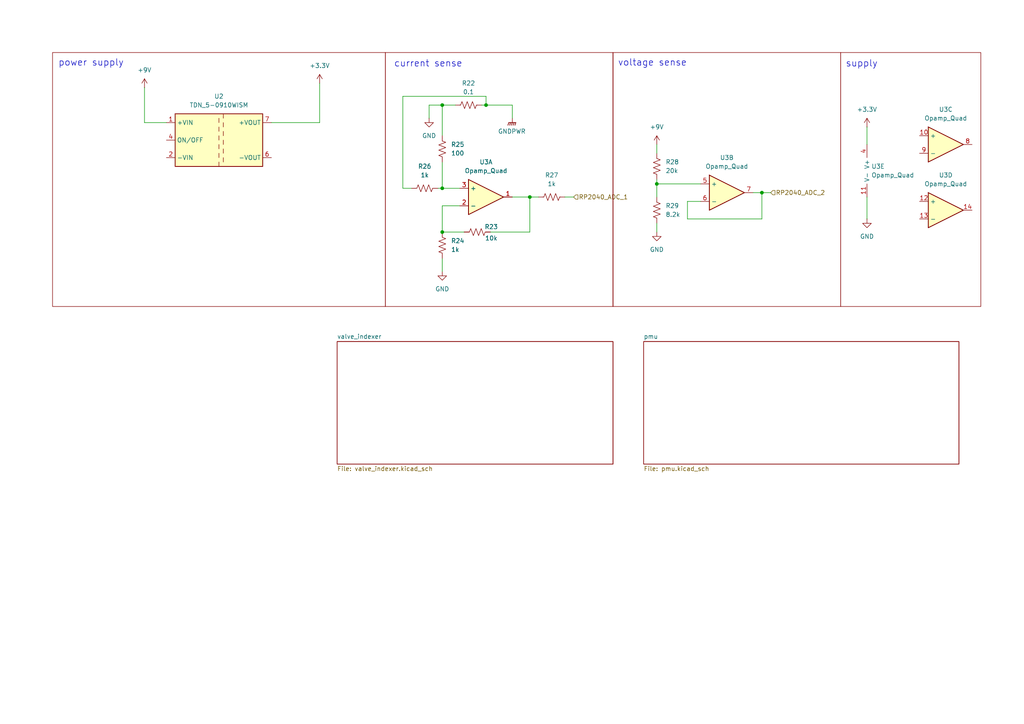
<source format=kicad_sch>
(kicad_sch (version 20250114) (generator "eeschema") (generator_version "9.0")
  (paper "A4")
  (lib_symbols
    (symbol "Device:Opamp_Quad"
      (property "Reference" "U" (at 0 5.08 0))
      (property "Value" "Opamp_Quad" (at 0 -5.08 0))
      (symbol "Opamp_Quad_1_1"
        (polyline (pts (xy -5.08 5.08) (xy 5.08 0) (xy -5.08 -5.08) (xy -5.08 5.08)) (stroke (width 0.254)) (fill (type background)))
        (pin input line (at -7.62 2.54 0) (length 2.54) (name "+") (number "3"))
        (pin input line (at -7.62 -2.54 0) (length 2.54) (name "-") (number "2"))
        (pin output line (at 7.62 0 180) (length 2.54) (name "~") (number "1"))
      )
      (symbol "Opamp_Quad_2_1"
        (polyline (pts (xy -5.08 5.08) (xy 5.08 0) (xy -5.08 -5.08) (xy -5.08 5.08)) (stroke (width 0.254)) (fill (type background)))
        (pin input line (at -7.62 2.54 0) (length 2.54) (name "+") (number "5"))
        (pin input line (at -7.62 -2.54 0) (length 2.54) (name "-") (number "6"))
        (pin output line (at 7.62 0 180) (length 2.54) (name "~") (number "7"))
      )
      (symbol "Opamp_Quad_3_1"
        (polyline (pts (xy -5.08 5.08) (xy 5.08 0) (xy -5.08 -5.08) (xy -5.08 5.08)) (stroke (width 0.254)) (fill (type background)))
        (pin input line (at -7.62 2.54 0) (length 2.54) (name "+") (number "10"))
        (pin input line (at -7.62 -2.54 0) (length 2.54) (name "-") (number "9"))
        (pin output line (at 7.62 0 180) (length 2.54) (name "~") (number "8"))
      )
      (symbol "Opamp_Quad_4_1"
        (polyline (pts (xy -5.08 5.08) (xy 5.08 0) (xy -5.08 -5.08) (xy -5.08 5.08)) (stroke (width 0.254)) (fill (type background)))
        (pin input line (at -7.62 2.54 0) (length 2.54) (name "+") (number "12"))
        (pin input line (at -7.62 -2.54 0) (length 2.54) (name "-") (number "13"))
        (pin output line (at 7.62 0 180) (length 2.54) (name "~") (number "14"))
      )
      (symbol "Opamp_Quad_5_1"
        (pin power_in line (at -2.54 7.62 270) (length 3.81) (name "V+") (number "4"))
        (pin power_in line (at -2.54 -7.62 90) (length 3.81) (name "V-") (number "11"))
      )
    )
    (symbol "Device:R_US" (pin_numbers (hide yes)) (pin_names (offset 0))
      (property "Reference" "R" (at 2.54 0 90))
      (property "Value" "R_US" (at -2.54 0 90))
      (symbol "R_US_0_1"
        (polyline (pts (xy 0 2.286) (xy 0 2.54)))
        (polyline (pts (xy 0 2.286) (xy 1.016 1.905) (xy 0 1.524) (xy -1.016 1.143) (xy 0 0.762)))
        (polyline (pts (xy 0 0.762) (xy 1.016 0.381) (xy 0 0) (xy -1.016 -0.381) (xy 0 -0.762)))
        (polyline (pts (xy 0 -0.762) (xy 1.016 -1.143) (xy 0 -1.524) (xy -1.016 -1.905) (xy 0 -2.286)))
        (polyline (pts (xy 0 -2.286) (xy 0 -2.54)))
      )
      (symbol "R_US_1_1"
        (pin passive line (at 0 3.81 270) (length 1.27) (name "~") (number "1"))
        (pin passive line (at 0 -3.81 90) (length 1.27) (name "~") (number "2"))
      )
    )
    (symbol "Regulator_Switching:TDN_5-0910WISM"
      (property "Reference" "U" (at -12.7 8.89 0))
      (property "Value" "TDN_5-0910WISM" (at 5.08 8.89 0))
      (symbol "TDN_5-0910WISM_0_1"
        (rectangle (start -12.7 7.62) (end 12.7 -7.62) (stroke (width 0.254)) (fill (type background)))
      )
      (symbol "TDN_5-0910WISM_1_1"
        (polyline (pts (xy 0 6.35) (xy 0 5.08)))
        (polyline (pts (xy 0 3.81) (xy 0 2.54)))
        (polyline (pts (xy 0 1.27) (xy 0 0)))
        (polyline (pts (xy 0 -1.27) (xy 0 -2.54)))
        (polyline (pts (xy 0 -3.81) (xy 0 -5.08)))
        (polyline (pts (xy 0 -6.35) (xy 0 -7.62)))
        (polyline (pts (xy 1.27 7.62) (xy 1.27 6.35)))
        (polyline (pts (xy 1.27 5.08) (xy 1.27 3.81)))
        (polyline (pts (xy 1.27 2.54) (xy 1.27 1.27)))
        (polyline (pts (xy 1.27 0) (xy 1.27 -1.27)))
        (polyline (pts (xy 1.27 -2.54) (xy 1.27 -3.81)))
        (polyline (pts (xy 1.27 -5.08) (xy 1.27 -6.35)))
        (pin power_in line (at -15.24 5.08 0) (length 2.54) (name "+VIN") (number "1"))
        (pin input line (at -15.24 0 0) (length 2.54) (name "ON/OFF") (number "4"))
        (pin power_in line (at -15.24 -5.08 0) (length 2.54) (name "-VIN") (number "2"))
        (pin no_connect line (at 12.7 2.54 180) (length 2.54) (hide yes) (name "NC") (number "5"))
        (pin power_out line (at 15.24 5.08 180) (length 2.54) (name "+VOUT") (number "7"))
        (pin power_out line (at 15.24 -5.08 180) (length 2.54) (name "-VOUT") (number "6"))
      )
    )
    (symbol "power:+3.3V" (power) (pin_numbers (hide yes)) (pin_names (offset 0) (hide yes))
      (property "Value" "+3.3V" (at 0 3.556 0))
      (symbol "+3.3V_0_1"
        (polyline (pts (xy -0.762 1.27) (xy 0 2.54)))
        (polyline (pts (xy 0 2.54) (xy 0.762 1.27)))
        (polyline (pts (xy 0 0) (xy 0 2.54)))
      )
      (symbol "+3.3V_1_1"
        (pin power_in line (at 0 0 90) (length 0) (name "~") (number "1"))
      )
    )
    (symbol "power:+9V" (power) (pin_numbers (hide yes)) (pin_names (offset 0) (hide yes))
      (property "Value" "+9V" (at 0 3.556 0))
      (symbol "+9V_0_1"
        (polyline (pts (xy -0.762 1.27) (xy 0 2.54)))
        (polyline (pts (xy 0 2.54) (xy 0.762 1.27)))
        (polyline (pts (xy 0 0) (xy 0 2.54)))
      )
      (symbol "+9V_1_1"
        (pin power_in line (at 0 0 90) (length 0) (name "~") (number "1"))
      )
    )
    (symbol "power:GND" (power) (pin_numbers (hide yes)) (pin_names (offset 0) (hide yes))
      (property "Value" "GND" (at 0 -3.81 0))
      (symbol "GND_0_1"
        (polyline (pts (xy 0 0) (xy 0 -1.27) (xy 1.27 -1.27) (xy 0 -2.54) (xy -1.27 -1.27) (xy 0 -1.27)))
      )
      (symbol "GND_1_1"
        (pin power_in line (at 0 0 270) (length 0) (name "~") (number "1"))
      )
    )
    (symbol "power:GNDPWR" (power) (pin_numbers (hide yes)) (pin_names (offset 0) (hide yes))
      (property "Value" "GNDPWR" (at 0 -3.302 0))
      (symbol "GNDPWR_0_1"
        (polyline (pts (xy -1.016 -1.27) (xy -1.27 -2.032) (xy -1.27 -2.032)) (stroke (width 0.2032)))
        (polyline (pts (xy -0.508 -1.27) (xy -0.762 -2.032) (xy -0.762 -2.032)) (stroke (width 0.2032)))
        (polyline (pts (xy 0 -1.27) (xy 0 0)))
        (polyline (pts (xy 0 -1.27) (xy -0.254 -2.032) (xy -0.254 -2.032)) (stroke (width 0.2032)))
        (polyline (pts (xy 0.508 -1.27) (xy 0.254 -2.032) (xy 0.254 -2.032)) (stroke (width 0.2032)))
        (polyline (pts (xy 1.016 -1.27) (xy -1.016 -1.27) (xy -1.016 -1.27)) (stroke (width 0.2032)))
        (polyline (pts (xy 1.016 -1.27) (xy 0.762 -2.032) (xy 0.762 -2.032) (xy 0.762 -2.032)) (stroke (width 0.2032)))
      )
      (symbol "GNDPWR_1_1"
        (pin power_in line (at 0 0 270) (length 0) (name "~") (number "1"))
      )
    )
  )
  (rectangle (start 15.24 15.24) (end 111.76 88.9) (stroke (width 0) (color 132 0 0 1)))
  (rectangle (start 111.76 15.24) (end 177.8 88.9) (stroke (width 0) (color 132 0 0 1)))
  (rectangle (start 243.84 15.24) (end 284.48 88.9) (stroke (width 0) (color 132 0 0 1)))
  (rectangle (start 177.8 15.24) (end 243.84 88.9) (stroke (width 0) (color 132 0 0 1)))
  (text "supply" (at 249.936 18.542 0) (effects (font (size 1.905 1.905))))
  (text "voltage sense" (at 189.23 18.288 0) (effects (font (size 1.905 1.905))))
  (text "current sense" (at 124.206 18.542 0) (effects (font (size 1.905 1.905))))
  (text "power supply" (at 26.416 18.288 0) (effects (font (size 1.905 1.905))))
  (junction (at 128.27 30.48))
  (junction (at 153.67 57.15))
  (junction (at 190.5 53.34))
  (junction (at 220.98 55.88))
  (junction (at 128.27 54.61))
  (junction (at 140.97 30.48))
  (junction (at 128.27 67.31))
  (wire (pts (xy 190.5 52.07) (xy 190.5 53.34)))
  (wire (pts (xy 190.5 53.34) (xy 190.5 57.15)))
  (wire (pts (xy 251.46 57.15) (xy 251.46 63.5)))
  (wire (pts (xy 41.91 25.4) (xy 41.91 35.56)))
  (wire (pts (xy 116.84 27.94) (xy 116.84 54.61)))
  (wire (pts (xy 148.59 30.48) (xy 148.59 34.29)))
  (wire (pts (xy 203.2 58.42) (xy 199.39 58.42)))
  (wire (pts (xy 78.74 35.56) (xy 92.71 35.56)))
  (wire (pts (xy 153.67 57.15) (xy 156.21 57.15)))
  (wire (pts (xy 128.27 67.31) (xy 134.62 67.31)))
  (wire (pts (xy 128.27 30.48) (xy 132.08 30.48)))
  (wire (pts (xy 199.39 58.42) (xy 199.39 63.5)))
  (wire (pts (xy 190.5 64.77) (xy 190.5 67.31)))
  (wire (pts (xy 116.84 54.61) (xy 119.38 54.61)))
  (wire (pts (xy 124.46 30.48) (xy 128.27 30.48)))
  (wire (pts (xy 163.83 57.15) (xy 166.37 57.15)))
  (wire (pts (xy 220.98 63.5) (xy 220.98 55.88)))
  (wire (pts (xy 220.98 55.88) (xy 223.52 55.88)))
  (wire (pts (xy 140.97 30.48) (xy 140.97 27.94)))
  (wire (pts (xy 140.97 30.48) (xy 148.59 30.48)))
  (wire (pts (xy 133.35 59.69) (xy 128.27 59.69)))
  (wire (pts (xy 153.67 67.31) (xy 153.67 57.15)))
  (wire (pts (xy 128.27 54.61) (xy 133.35 54.61)))
  (wire (pts (xy 220.98 55.88) (xy 218.44 55.88)))
  (wire (pts (xy 190.5 41.91) (xy 190.5 44.45)))
  (wire (pts (xy 190.5 53.34) (xy 203.2 53.34)))
  (wire (pts (xy 128.27 59.69) (xy 128.27 67.31)))
  (wire (pts (xy 128.27 46.99) (xy 128.27 54.61)))
  (wire (pts (xy 128.27 30.48) (xy 128.27 39.37)))
  (wire (pts (xy 92.71 24.13) (xy 92.71 35.56)))
  (wire (pts (xy 139.7 30.48) (xy 140.97 30.48)))
  (wire (pts (xy 128.27 74.93) (xy 128.27 78.74)))
  (wire (pts (xy 41.91 35.56) (xy 48.26 35.56)))
  (wire (pts (xy 199.39 63.5) (xy 220.98 63.5)))
  (wire (pts (xy 124.46 34.29) (xy 124.46 30.48)))
  (wire (pts (xy 142.24 67.31) (xy 153.67 67.31)))
  (wire (pts (xy 140.97 27.94) (xy 116.84 27.94)))
  (wire (pts (xy 153.67 57.15) (xy 148.59 57.15)))
  (wire (pts (xy 127 54.61) (xy 128.27 54.61)))
  (wire (pts (xy 251.46 36.83) (xy 251.46 41.91)))
  (hierarchical_label "RP2040_ADC_1" (shape input) (at 166.37 57.15 0))
  (hierarchical_label "RP2040_ADC_2" (shape input) (at 223.52 55.88 0))
  (symbol (lib_id "Device:R_US") (at 160.02 57.15 270) (unit 1)
    (property "Reference" "R27" (at 160.02 50.8 90))
    (property "Value" "1k" (at 160.02 53.34 90))
    (property "Description" "Resistor, US symbol" (effects (hide yes)))
  )
  (symbol (lib_id "power:GND") (at 128.27 78.74 0) (unit 1)
    (property "Reference" "#PWR021" (effects (hide yes)))
    (property "Value" "GND" (at 128.27 83.82 0))
    (property "Description" "Power symbol creates a global label with name \"GND\" , ground" (effects (hide yes)))
  )
  (symbol (lib_id "power:GNDPWR") (at 148.59 34.29 0) (unit 1)
    (property "Reference" "#PWR011" (effects (hide yes)))
    (property "Value" "GNDPWR" (at 148.463 38.1 0))
    (property "Description" "Power symbol creates a global label with name \"GNDPWR\" , global ground" (effects (hide yes)))
  )
  (symbol (lib_id "Regulator_Switching:TDN_5-0910WISM") (at 63.5 40.64 0) (unit 1)
    (property "Reference" "U2" (at 63.5 27.94 0))
    (property "Value" "TDN_5-0910WISM" (at 63.5 30.48 0))
    (property "Footprint" "Converter_DCDC:Converter_DCDC_TRACO_TDN_5-xxxxWISM_SMD" (effects (hide yes)))
    (property "Datasheet" "https://assets.tracopower.com/20190626081517/TDN5WISM/documents/tdn5wism-datasheet.pdf" (effects (hide yes)))
    (property "Description" "Input 4.5 to 13.2V, Output 3.3V" (effects (hide yes)))
  )
  (symbol (lib_id "Device:Opamp_Quad") (at 274.32 41.91 0) (unit 3)
    (property "Reference" "U3" (at 274.32 31.75 0))
    (property "Value" "Opamp_Quad" (at 274.32 34.29 0))
    (property "Description" "Quad operational amplifier" (effects (hide yes)))
    (property "Sim.Library" "${KICAD9_SYMBOL_DIR}/Simulation_SPICE.sp" (effects (hide yes)))
    (property "Sim.Name" "kicad_builtin_opamp_quad" (effects (hide yes)))
    (property "Sim.Device" "SUBCKT" (effects (hide yes)))
    (property "Sim.Pins" "1=out1 2=in1- 3=in1+ 4=vcc 5=in2+ 6=in2- 7=out2 8=out3 9=in3- 10=in3+ 11=vee 12=in4+ 13=in4- 14=out4" (effects (hide yes)))
  )
  (symbol (lib_id "Device:Opamp_Quad") (at 140.97 57.15 0) (unit 1)
    (property "Reference" "U3" (at 140.97 46.99 0))
    (property "Value" "Opamp_Quad" (at 140.97 49.53 0))
    (property "Description" "Quad operational amplifier" (effects (hide yes)))
    (property "Sim.Library" "${KICAD9_SYMBOL_DIR}/Simulation_SPICE.sp" (effects (hide yes)))
    (property "Sim.Name" "kicad_builtin_opamp_quad" (effects (hide yes)))
    (property "Sim.Device" "SUBCKT" (effects (hide yes)))
    (property "Sim.Pins" "1=out1 2=in1- 3=in1+ 4=vcc 5=in2+ 6=in2- 7=out2 8=out3 9=in3- 10=in3+ 11=vee 12=in4+ 13=in4- 14=out4" (effects (hide yes)))
  )
  (symbol (lib_id "Device:Opamp_Quad") (at 210.82 55.88 0) (unit 2)
    (property "Reference" "U3" (at 210.82 45.72 0))
    (property "Value" "Opamp_Quad" (at 210.82 48.26 0))
    (property "Description" "Quad operational amplifier" (effects (hide yes)))
    (property "Sim.Library" "${KICAD9_SYMBOL_DIR}/Simulation_SPICE.sp" (effects (hide yes)))
    (property "Sim.Name" "kicad_builtin_opamp_quad" (effects (hide yes)))
    (property "Sim.Device" "SUBCKT" (effects (hide yes)))
    (property "Sim.Pins" "1=out1 2=in1- 3=in1+ 4=vcc 5=in2+ 6=in2- 7=out2 8=out3 9=in3- 10=in3+ 11=vee 12=in4+ 13=in4- 14=out4" (effects (hide yes)))
  )
  (symbol (lib_id "power:GND") (at 251.46 63.5 0) (unit 1)
    (property "Reference" "#PWR020" (effects (hide yes)))
    (property "Value" "GND" (at 251.46 68.58 0))
    (property "Description" "Power symbol creates a global label with name \"GND\" , ground" (effects (hide yes)))
  )
  (symbol (lib_id "Device:Opamp_Quad") (at 274.32 60.96 0) (unit 4)
    (property "Reference" "U3" (at 274.32 50.8 0))
    (property "Value" "Opamp_Quad" (at 274.32 53.34 0))
    (property "Description" "Quad operational amplifier" (effects (hide yes)))
    (property "Sim.Library" "${KICAD9_SYMBOL_DIR}/Simulation_SPICE.sp" (effects (hide yes)))
    (property "Sim.Name" "kicad_builtin_opamp_quad" (effects (hide yes)))
    (property "Sim.Device" "SUBCKT" (effects (hide yes)))
    (property "Sim.Pins" "1=out1 2=in1- 3=in1+ 4=vcc 5=in2+ 6=in2- 7=out2 8=out3 9=in3- 10=in3+ 11=vee 12=in4+ 13=in4- 14=out4" (effects (hide yes)))
  )
  (symbol (lib_id "Device:R_US") (at 190.5 60.96 180) (unit 1)
    (property "Reference" "R29" (at 193.04 59.6899 0) (effects (justify right)))
    (property "Value" "8.2k" (at 193.04 62.2299 0) (effects (justify right)))
    (property "Description" "Resistor, US symbol" (effects (hide yes)))
  )
  (symbol (lib_id "Device:R_US") (at 128.27 71.12 180) (unit 1)
    (property "Reference" "R24" (at 130.81 69.8499 0) (effects (justify right)))
    (property "Value" "1k" (at 130.81 72.3899 0) (effects (justify right)))
    (property "Description" "Resistor, US symbol" (effects (hide yes)))
  )
  (symbol (lib_id "Device:R_US") (at 128.27 43.18 180) (unit 1)
    (property "Reference" "R25" (at 130.81 41.9099 0) (effects (justify right)))
    (property "Value" "100" (at 130.81 44.4499 0) (effects (justify right)))
    (property "Description" "Resistor, US symbol" (effects (hide yes)))
  )
  (symbol (lib_id "Device:R_US") (at 138.43 67.31 90) (unit 1)
    (property "Reference" "R23" (at 142.494 65.786 90))
    (property "Value" "10k" (at 142.494 69.088 90))
    (property "Description" "Resistor, US symbol" (effects (hide yes)))
  )
  (symbol (lib_id "Device:R_US") (at 123.19 54.61 270) (unit 1)
    (property "Reference" "R26" (at 123.19 48.26 90))
    (property "Value" "1k" (at 123.19 50.8 90))
    (property "Description" "Resistor, US symbol" (effects (hide yes)))
  )
  (symbol (lib_id "power:+3.3V") (at 251.46 36.83 0) (unit 1)
    (property "Reference" "#PWR017" (effects (hide yes)))
    (property "Value" "+3.3V" (at 251.46 31.75 0))
    (property "Description" "Power symbol creates a global label with name \"+3.3V\"" (effects (hide yes)))
  )
  (symbol (lib_id "power:+9V") (at 41.91 25.4 0) (unit 1)
    (property "Reference" "#PWR09" (effects (hide yes)))
    (property "Value" "+9V" (at 41.91 20.32 0))
    (property "Description" "Power symbol creates a global label with name \"+9V\"" (effects (hide yes)))
  )
  (symbol (lib_id "power:+3.3V") (at 92.71 24.13 0) (unit 1)
    (property "Reference" "#PWR010" (effects (hide yes)))
    (property "Value" "+3.3V" (at 92.71 19.05 0))
    (property "Description" "Power symbol creates a global label with name \"+3.3V\"" (effects (hide yes)))
  )
  (symbol (lib_id "Device:R_US") (at 190.5 48.26 180) (unit 1)
    (property "Reference" "R28" (at 193.04 46.9899 0) (effects (justify right)))
    (property "Value" "20k" (at 193.04 49.5299 0) (effects (justify right)))
    (property "Description" "Resistor, US symbol" (effects (hide yes)))
  )
  (symbol (lib_id "power:GND") (at 190.5 67.31 0) (unit 1)
    (property "Reference" "#PWR023" (effects (hide yes)))
    (property "Value" "GND" (at 190.5 72.39 0))
    (property "Description" "Power symbol creates a global label with name \"GND\" , ground" (effects (hide yes)))
  )
  (symbol (lib_id "power:GND") (at 124.46 34.29 0) (unit 1)
    (property "Reference" "#PWR014" (effects (hide yes)))
    (property "Value" "GND" (at 124.46 39.37 0))
    (property "Description" "Power symbol creates a global label with name \"GND\" , ground" (effects (hide yes)))
  )
  (symbol (lib_id "power:+9V") (at 190.5 41.91 0) (unit 1)
    (property "Reference" "#PWR022" (effects (hide yes)))
    (property "Value" "+9V" (at 190.5 36.83 0))
    (property "Description" "Power symbol creates a global label with name \"+9V\"" (effects (hide yes)))
  )
  (symbol (lib_id "Device:Opamp_Quad") (at 254 49.53 0) (unit 5)
    (property "Reference" "U3" (at 252.73 48.2599 0) (effects (justify left)))
    (property "Value" "Opamp_Quad" (at 252.73 50.7999 0) (effects (justify left)))
    (property "Description" "Quad operational amplifier" (effects (hide yes)))
    (property "Sim.Library" "${KICAD9_SYMBOL_DIR}/Simulation_SPICE.sp" (effects (hide yes)))
    (property "Sim.Name" "kicad_builtin_opamp_quad" (effects (hide yes)))
    (property "Sim.Device" "SUBCKT" (effects (hide yes)))
    (property "Sim.Pins" "1=out1 2=in1- 3=in1+ 4=vcc 5=in2+ 6=in2- 7=out2 8=out3 9=in3- 10=in3+ 11=vee 12=in4+ 13=in4- 14=out4" (effects (hide yes)))
  )
  (symbol (lib_id "Device:R_US") (at 135.89 30.48 90) (unit 1)
    (property "Reference" "R22" (at 135.89 24.13 90))
    (property "Value" "0.1" (at 135.89 26.67 90))
    (property "Description" "Resistor, US symbol" (effects (hide yes)))
  )
  (sheet (at 97.79 99.06) (size 80.01 35.56) (stroke (width 0.1524))
    (property "Sheetname" "valve_indexer" (at 97.79 98.3484 0) (effects (justify left bottom)))
    (property "Sheetfile" "valve_indexer.kicad_sch" (at 97.79 135.2046 0) (effects (justify left top)))
  )
  (sheet (at 186.69 99.06) (size 91.44 35.56) (stroke (width 0.1524))
    (property "Sheetname" "pmu" (at 186.69 98.3484 0) (effects (justify left bottom)))
    (property "Sheetfile" "pmu.kicad_sch" (at 186.69 135.2046 0) (effects (justify left top)))
  )
)
</source>
